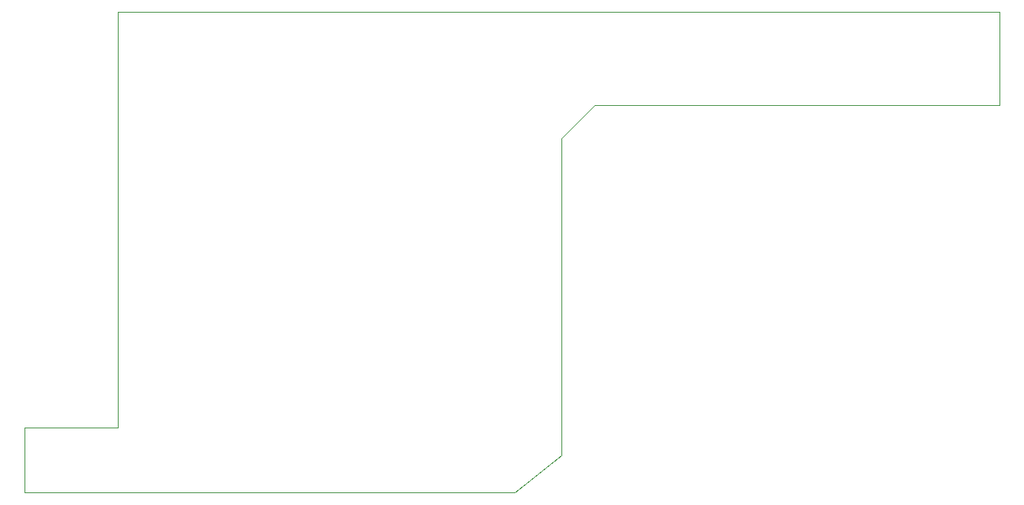
<source format=gm1>
G04 #@! TF.GenerationSoftware,KiCad,Pcbnew,7.0.9-7.0.9~ubuntu20.04.1*
G04 #@! TF.CreationDate,2024-01-21T19:49:38-07:00*
G04 #@! TF.ProjectId,lcdandbuttonboard3b,6c636461-6e64-4627-9574-746f6e626f61,rev?*
G04 #@! TF.SameCoordinates,Original*
G04 #@! TF.FileFunction,Profile,NP*
%FSLAX46Y46*%
G04 Gerber Fmt 4.6, Leading zero omitted, Abs format (unit mm)*
G04 Created by KiCad (PCBNEW 7.0.9-7.0.9~ubuntu20.04.1) date 2024-01-21 19:49:38*
%MOMM*%
%LPD*%
G01*
G04 APERTURE LIST*
G04 #@! TA.AperFunction,Profile*
%ADD10C,0.050000*%
G04 #@! TD*
G04 APERTURE END LIST*
D10*
X145500000Y-97500000D02*
X140500000Y-101500000D01*
X172000000Y-50000000D02*
X139000000Y-50000000D01*
X149000000Y-60000000D02*
X191450000Y-60000000D01*
X88000000Y-101500000D02*
X140500000Y-101500000D01*
X174000000Y-50000000D02*
X172000000Y-50000000D01*
X145500000Y-63500000D02*
X145500000Y-97500000D01*
X192350000Y-50000000D02*
X191450000Y-50000000D01*
X88000000Y-94500000D02*
X98000000Y-94500000D01*
X88000000Y-94500000D02*
X88000000Y-101500000D01*
X98000000Y-50000000D02*
X139000000Y-50000000D01*
X181000000Y-50000000D02*
X191450000Y-50000000D01*
X191450000Y-60000000D02*
X192350000Y-60000000D01*
X192350000Y-60000000D02*
X192350000Y-50000000D01*
X149000000Y-60000000D02*
X145500000Y-63500000D01*
X181000000Y-50000000D02*
X174000000Y-50000000D01*
X98000000Y-94500000D02*
X98000000Y-50000000D01*
M02*

</source>
